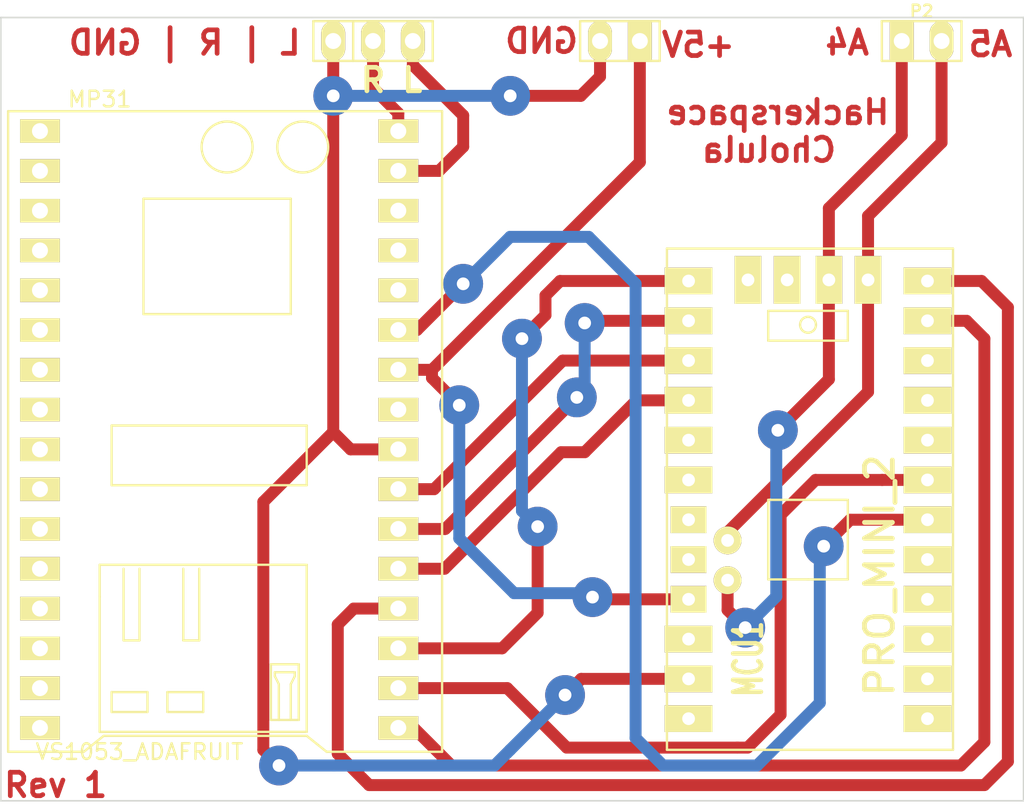
<source format=kicad_pcb>
(kicad_pcb (version 3) (host pcbnew "(2013-07-07 BZR 4022)-stable")

  (general
    (links 19)
    (no_connects 0)
    (area 59.949999 51.7568 144.75 113.700001)
    (thickness 1.6)
    (drawings 17)
    (tracks 127)
    (zones 0)
    (modules 5)
    (nets 15)
  )

  (page A3)
  (layers
    (15 F.Cu signal)
    (0 B.Cu signal hide)
    (16 B.Adhes user hide)
    (17 F.Adhes user hide)
    (18 B.Paste user hide)
    (19 F.Paste user hide)
    (20 B.SilkS user hide)
    (21 F.SilkS user)
    (22 B.Mask user hide)
    (23 F.Mask user hide)
    (24 Dwgs.User user hide)
    (25 Cmts.User user hide)
    (26 Eco1.User user hide)
    (27 Eco2.User user hide)
    (28 Edge.Cuts user)
  )

  (setup
    (last_trace_width 0.762)
    (user_trace_width 0.3048)
    (user_trace_width 0.3556)
    (user_trace_width 0.4064)
    (user_trace_width 0.4572)
    (user_trace_width 0.508)
    (user_trace_width 0.6096)
    (user_trace_width 0.6604)
    (user_trace_width 0.7112)
    (user_trace_width 0.762)
    (trace_clearance 0.381)
    (zone_clearance 0.508)
    (zone_45_only no)
    (trace_min 0.254)
    (segment_width 0.2)
    (edge_width 0.1)
    (via_size 0.889)
    (via_drill 0.635)
    (via_min_size 0.889)
    (via_min_drill 0.508)
    (user_via 2.54 0.8128)
    (uvia_size 0.508)
    (uvia_drill 0.127)
    (uvias_allowed no)
    (uvia_min_size 0.508)
    (uvia_min_drill 0.127)
    (pcb_text_width 0.3)
    (pcb_text_size 1.5 1.5)
    (mod_edge_width 0.15)
    (mod_text_size 1 1)
    (mod_text_width 0.15)
    (pad_size 1.524 2.54)
    (pad_drill 1.016)
    (pad_to_mask_clearance 0)
    (aux_axis_origin 0 0)
    (visible_elements 7FFF7FFF)
    (pcbplotparams
      (layerselection 284196865)
      (usegerberextensions true)
      (excludeedgelayer true)
      (linewidth 0.150000)
      (plotframeref false)
      (viasonmask false)
      (mode 1)
      (useauxorigin false)
      (hpglpennumber 1)
      (hpglpenspeed 20)
      (hpglpendiameter 15)
      (hpglpenoverlay 2)
      (psnegative false)
      (psa4output false)
      (plotreference false)
      (plotvalue false)
      (plotothertext true)
      (plotinvisibletext false)
      (padsonsilk false)
      (subtractmaskfromsilk false)
      (outputformat 1)
      (mirror false)
      (drillshape 0)
      (scaleselection 1)
      (outputdirectory Gerbers/))
  )

  (net 0 "")
  (net 1 +5V)
  (net 2 /A4_SDA)
  (net 3 /A5_SCL)
  (net 4 GND)
  (net 5 N-000001)
  (net 6 N-0000015)
  (net 7 N-0000017)
  (net 8 N-0000025)
  (net 9 N-0000029)
  (net 10 N-000004)
  (net 11 N-0000049)
  (net 12 N-000005)
  (net 13 N-000006)
  (net 14 N-000008)

  (net_class Default "This is the default net class."
    (clearance 0.381)
    (trace_width 0.254)
    (via_dia 0.889)
    (via_drill 0.635)
    (uvia_dia 0.508)
    (uvia_drill 0.127)
    (add_net "")
    (add_net +5V)
    (add_net /A4_SDA)
    (add_net /A5_SCL)
    (add_net GND)
    (add_net N-000001)
    (add_net N-0000015)
    (add_net N-0000017)
    (add_net N-0000025)
    (add_net N-0000029)
    (add_net N-000004)
    (add_net N-0000049)
    (add_net N-000005)
    (add_net N-000006)
    (add_net N-000008)
  )

  (module ProMiniThick (layer F.Cu) (tedit 54905390) (tstamp 5489DF9A)
    (at 111.5 81.25 90)
    (descr "Module Dil 28 pins, pads ronds, e=600 mils")
    (tags DIL)
    (path /54904C45)
    (fp_text reference MCU1 (at -12.7 -3.81 90) (layer F.SilkS)
      (effects (font (size 1.778 1.143) (thickness 0.3048)))
    )
    (fp_text value PRO_MINI_2 (at -7.366 4.572 90) (layer F.SilkS)
      (effects (font (size 1.778 1.778) (thickness 0.3048)))
    )
    (fp_circle (center 8.636 0) (end 8.636 0.508) (layer F.SilkS) (width 0.15))
    (fp_line (start 7.62 -2.54) (end 7.62 2.54) (layer F.SilkS) (width 0.15))
    (fp_line (start 7.62 2.54) (end 9.525 2.54) (layer F.SilkS) (width 0.15))
    (fp_line (start 9.525 2.54) (end 9.525 -2.54) (layer F.SilkS) (width 0.15))
    (fp_line (start 9.525 -2.54) (end 7.62 -2.54) (layer F.SilkS) (width 0.15))
    (fp_line (start -7.62 0) (end -7.62 -2.54) (layer F.SilkS) (width 0.15))
    (fp_line (start -7.62 -2.54) (end -2.54 -2.54) (layer F.SilkS) (width 0.15))
    (fp_line (start -2.54 -2.54) (end -2.54 2.54) (layer F.SilkS) (width 0.15))
    (fp_line (start -2.54 2.54) (end -7.62 2.54) (layer F.SilkS) (width 0.15))
    (fp_line (start -7.62 2.54) (end -7.62 0) (layer F.SilkS) (width 0.15))
    (fp_line (start -18.5 -9) (end -18.5 9.25) (layer F.SilkS) (width 0.15))
    (fp_line (start -18.5 9.25) (end 13.5 9.25) (layer F.SilkS) (width 0.15))
    (fp_line (start 13.5 9.25) (end 13.5 -9) (layer F.SilkS) (width 0.15))
    (fp_line (start 13.5 -9) (end -18.5 -9) (layer F.SilkS) (width 0.15))
    (pad 1 thru_hole rect (at -16.51 7.62 90) (size 1.7018 3.048) (drill 0.8128)
      (layers *.Cu *.Mask F.SilkS)
    )
    (pad 2 thru_hole rect (at -13.97 7.62 90) (size 1.7018 3.048) (drill 0.8128)
      (layers *.Cu *.Mask F.SilkS)
    )
    (pad 3 thru_hole rect (at -11.43 7.62 90) (size 1.7018 3.048) (drill 0.8128)
      (layers *.Cu *.Mask F.SilkS)
    )
    (pad 4 thru_hole rect (at -8.89 7.62 90) (size 1.7018 3.048) (drill 0.8128)
      (layers *.Cu *.Mask F.SilkS)
    )
    (pad 5 thru_hole rect (at -6.35 7.62 90) (size 1.7018 3.048) (drill 0.8128)
      (layers *.Cu *.Mask F.SilkS)
    )
    (pad 6 thru_hole rect (at -3.81 7.62 90) (size 1.7018 3.048) (drill 0.8128)
      (layers *.Cu *.Mask F.SilkS)
      (net 12 N-000005)
    )
    (pad 7 thru_hole rect (at -1.27 7.62 90) (size 1.7018 3.048) (drill 0.8128)
      (layers *.Cu *.Mask F.SilkS)
      (net 8 N-0000025)
    )
    (pad 8 thru_hole rect (at 1.27 7.62 90) (size 1.7018 3.048) (drill 0.8128)
      (layers *.Cu *.Mask F.SilkS)
    )
    (pad 9 thru_hole rect (at 3.81 7.62 90) (size 1.7018 3.048) (drill 0.8128)
      (layers *.Cu *.Mask F.SilkS)
    )
    (pad 10 thru_hole rect (at 6.35 7.62 90) (size 1.7018 3.048) (drill 0.8128)
      (layers *.Cu *.Mask F.SilkS)
    )
    (pad 11 thru_hole rect (at 8.89 7.62 90) (size 1.7018 3.048) (drill 0.8128)
      (layers *.Cu *.Mask F.SilkS)
      (net 9 N-0000029)
    )
    (pad 12 thru_hole rect (at 11.43 7.62 90) (size 1.7018 3.048) (drill 0.8128)
      (layers *.Cu *.Mask F.SilkS)
      (net 14 N-000008)
    )
    (pad 13 thru_hole rect (at 11.5 3.83 90) (size 3.048 1.7018) (drill 0.8128)
      (layers *.Cu *.Mask F.SilkS)
      (net 3 /A5_SCL)
    )
    (pad 14 thru_hole rect (at 11.5 1.33 90) (size 3.048 1.7018) (drill 0.8128)
      (layers *.Cu *.Mask F.SilkS)
      (net 2 /A4_SDA)
    )
    (pad 15 thru_hole rect (at 11.5 -1.33 90) (size 3.048 1.7018) (drill 0.8128)
      (layers *.Cu *.Mask F.SilkS)
    )
    (pad 16 thru_hole rect (at 11.5 -3.83 90) (size 3.048 1.7018) (drill 0.8128)
      (layers *.Cu *.Mask F.SilkS)
    )
    (pad 17 thru_hole rect (at 11.43 -7.62 90) (size 1.7018 3.048) (drill 0.8128)
      (layers *.Cu *.Mask F.SilkS)
      (net 6 N-0000015)
    )
    (pad 18 thru_hole rect (at 8.89 -7.62 90) (size 1.7018 3.048) (drill 0.8128)
      (layers *.Cu *.Mask F.SilkS)
      (net 11 N-0000049)
    )
    (pad 19 thru_hole rect (at 6.35 -7.62 90) (size 1.7018 3.048) (drill 0.8128)
      (layers *.Cu *.Mask F.SilkS)
      (net 7 N-0000017)
    )
    (pad 20 thru_hole rect (at 3.81 -7.62 90) (size 1.7018 3.048) (drill 0.8128)
      (layers *.Cu *.Mask F.SilkS)
      (net 10 N-000004)
    )
    (pad 21 thru_hole rect (at 1.27 -7.62 90) (size 1.7018 3.048) (drill 0.8128)
      (layers *.Cu *.Mask F.SilkS)
    )
    (pad 22 thru_hole rect (at -1.27 -7.62 90) (size 1.7018 3.048) (drill 0.8128)
      (layers *.Cu *.Mask F.SilkS)
    )
    (pad 23 thru_hole rect (at -3.81 -7.62 90) (size 1.7018 2.286) (drill 0.8128)
      (layers *.Cu *.Mask F.SilkS)
    )
    (pad 24 thru_hole rect (at -6.35 -7.62 90) (size 1.7018 2.286) (drill 0.8128)
      (layers *.Cu *.Mask F.SilkS)
    )
    (pad 25 thru_hole rect (at -8.89 -7.62 90) (size 1.7018 2.286) (drill 0.8128)
      (layers *.Cu *.Mask F.SilkS)
      (net 1 +5V)
    )
    (pad 26 thru_hole rect (at -11.43 -7.62 90) (size 1.7018 3.048) (drill 0.8128)
      (layers *.Cu *.Mask F.SilkS)
    )
    (pad 27 thru_hole rect (at -13.97 -7.62 90) (size 1.7018 3.048) (drill 0.8128)
      (layers *.Cu *.Mask F.SilkS)
      (net 4 GND)
    )
    (pad 28 thru_hole rect (at -16.51 -7.62 90) (size 1.7018 3.048) (drill 0.8128)
      (layers *.Cu *.Mask F.SilkS)
    )
    (pad 14 thru_hole circle (at -7.6708 -5.1308 90) (size 1.778 1.778) (drill 0.8128)
      (layers *.Cu *.Mask F.SilkS)
      (net 2 /A4_SDA)
    )
    (pad 13 thru_hole circle (at -5.1308 -5.1308 90) (size 1.778 1.778) (drill 0.8128)
      (layers *.Cu *.Mask F.SilkS)
      (net 3 /A5_SCL)
    )
    (model dil/dil_28-w600.wrl
      (at (xyz 0 0 0))
      (scale (xyz 1 1 1))
      (rotate (xyz 0 0 0))
    )
  )

  (module PIN_ARRAY_3X1 (layer F.Cu) (tedit 5489E3BC) (tstamp 5489DFA6)
    (at 83.75 54.5 180)
    (descr "Connecteur 3 pins")
    (tags "CONN DEV")
    (path /5489DC92)
    (fp_text reference K1 (at 5.75 -3 180) (layer F.SilkS) hide
      (effects (font (size 1.016 1.016) (thickness 0.1524)))
    )
    (fp_text value CONN_3 (at 0 -2.159 180) (layer F.SilkS) hide
      (effects (font (size 1.016 1.016) (thickness 0.1524)))
    )
    (fp_line (start -3.81 1.27) (end -3.81 -1.27) (layer F.SilkS) (width 0.1524))
    (fp_line (start -3.81 -1.27) (end 3.81 -1.27) (layer F.SilkS) (width 0.1524))
    (fp_line (start 3.81 -1.27) (end 3.81 1.27) (layer F.SilkS) (width 0.1524))
    (fp_line (start 3.81 1.27) (end -3.81 1.27) (layer F.SilkS) (width 0.1524))
    (fp_line (start 1.27 -1.27) (end 1.27 1.27) (layer F.SilkS) (width 0.1524))
    (pad 1 thru_hole oval (at -2.54 0 180) (size 1.524 2.54) (drill 1.016)
      (layers *.Cu *.Mask F.SilkS)
      (net 5 N-000001)
    )
    (pad 2 thru_hole oval (at 0 0 180) (size 1.524 2.54) (drill 1.016)
      (layers *.Cu *.Mask F.SilkS)
      (net 13 N-000006)
    )
    (pad 3 thru_hole oval (at 2.54 0 180) (size 1.524 2.54) (drill 1.016)
      (layers *.Cu *.Mask F.SilkS)
      (net 4 GND)
    )
    (model pin_array/pins_array_3x1.wrl
      (at (xyz 0 0 0))
      (scale (xyz 1 1 1))
      (rotate (xyz 0 0 0))
    )
  )

  (module VS1030_Adafruit (layer F.Cu) (tedit 5489DD06) (tstamp 5489DF70)
    (at 62.5 60.25)
    (path /5489DABE)
    (fp_text reference MP31 (at 3.81 -2.032) (layer F.SilkS)
      (effects (font (size 1 1) (thickness 0.15)))
    )
    (fp_text value VS1053_ADAFRUIT (at 6.35 39.624) (layer F.SilkS)
      (effects (font (size 1 1) (thickness 0.15)))
    )
    (fp_circle (center 16.764 1.016) (end 17.78 2.286) (layer F.SilkS) (width 0.15))
    (fp_circle (center 11.938 1.016) (end 13.208 2.032) (layer F.SilkS) (width 0.15))
    (fp_line (start 6.604 4.318) (end 6.604 11.684) (layer F.SilkS) (width 0.15))
    (fp_line (start 6.604 11.684) (end 16.002 11.684) (layer F.SilkS) (width 0.15))
    (fp_line (start 16.002 11.684) (end 16.002 4.318) (layer F.SilkS) (width 0.15))
    (fp_line (start 16.002 4.318) (end 6.604 4.318) (layer F.SilkS) (width 0.15))
    (fp_line (start 4.572 18.796) (end 4.572 22.606) (layer F.SilkS) (width 0.15))
    (fp_line (start 4.572 22.606) (end 17.018 22.606) (layer F.SilkS) (width 0.15))
    (fp_line (start 17.018 22.606) (end 17.018 18.796) (layer F.SilkS) (width 0.15))
    (fp_line (start 17.018 18.796) (end 4.572 18.796) (layer F.SilkS) (width 0.15))
    (fp_line (start 18.288 39.624) (end 25.654 39.624) (layer F.SilkS) (width 0.15))
    (fp_line (start 2.794 39.624) (end -2.032 39.624) (layer F.SilkS) (width 0.15))
    (fp_line (start 15.24 37.592) (end 15.24 35.306) (layer F.SilkS) (width 0.15))
    (fp_line (start 15.24 35.306) (end 14.986 34.798) (layer F.SilkS) (width 0.15))
    (fp_line (start 14.986 34.798) (end 14.986 34.544) (layer F.SilkS) (width 0.15))
    (fp_line (start 14.986 34.544) (end 16.256 34.544) (layer F.SilkS) (width 0.15))
    (fp_line (start 16.256 34.544) (end 16.256 34.798) (layer F.SilkS) (width 0.15))
    (fp_line (start 16.256 34.798) (end 16.002 35.306) (layer F.SilkS) (width 0.15))
    (fp_line (start 16.002 35.306) (end 16.002 37.592) (layer F.SilkS) (width 0.15))
    (fp_line (start 14.732 34.036) (end 14.732 37.592) (layer F.SilkS) (width 0.15))
    (fp_line (start 14.732 37.592) (end 16.51 37.592) (layer F.SilkS) (width 0.15))
    (fp_line (start 16.51 37.592) (end 16.51 34.036) (layer F.SilkS) (width 0.15))
    (fp_line (start 16.51 34.036) (end 14.732 34.036) (layer F.SilkS) (width 0.15))
    (fp_line (start 8.128 35.814) (end 8.128 37.084) (layer F.SilkS) (width 0.15))
    (fp_line (start 8.128 37.084) (end 10.414 37.084) (layer F.SilkS) (width 0.15))
    (fp_line (start 10.414 37.084) (end 10.414 35.814) (layer F.SilkS) (width 0.15))
    (fp_line (start 10.414 35.814) (end 8.128 35.814) (layer F.SilkS) (width 0.15))
    (fp_line (start 4.572 35.814) (end 4.572 37.084) (layer F.SilkS) (width 0.15))
    (fp_line (start 4.572 37.084) (end 6.858 37.084) (layer F.SilkS) (width 0.15))
    (fp_line (start 6.858 37.084) (end 6.858 35.814) (layer F.SilkS) (width 0.15))
    (fp_line (start 6.858 35.814) (end 4.572 35.814) (layer F.SilkS) (width 0.15))
    (fp_line (start 9.144 27.94) (end 9.144 32.512) (layer F.SilkS) (width 0.15))
    (fp_line (start 9.144 32.512) (end 10.16 32.512) (layer F.SilkS) (width 0.15))
    (fp_line (start 10.16 32.512) (end 10.16 27.94) (layer F.SilkS) (width 0.15))
    (fp_line (start 5.334 27.94) (end 5.334 32.512) (layer F.SilkS) (width 0.15))
    (fp_line (start 5.334 32.512) (end 6.35 32.512) (layer F.SilkS) (width 0.15))
    (fp_line (start 6.35 32.512) (end 6.35 27.94) (layer F.SilkS) (width 0.15))
    (fp_line (start 3.81 29.718) (end 3.81 38.354) (layer F.SilkS) (width 0.15))
    (fp_line (start 3.81 38.354) (end 17.018 38.354) (layer F.SilkS) (width 0.15))
    (fp_line (start 17.018 38.354) (end 17.018 27.686) (layer F.SilkS) (width 0.15))
    (fp_line (start 17.018 27.686) (end 3.81 27.686) (layer F.SilkS) (width 0.15))
    (fp_line (start 3.81 27.686) (end 3.81 29.718) (layer F.SilkS) (width 0.15))
    (fp_line (start 2.794 39.624) (end 4.064 38.608) (layer F.SilkS) (width 0.15))
    (fp_line (start 4.064 38.608) (end 17.018 38.608) (layer F.SilkS) (width 0.15))
    (fp_line (start 17.018 38.608) (end 18.288 39.624) (layer F.SilkS) (width 0.15))
    (fp_line (start -2.032 -1.27) (end 25.654 -1.27) (layer F.SilkS) (width 0.15))
    (fp_line (start 25.654 -1.27) (end 25.654 39.624) (layer F.SilkS) (width 0.15))
    (fp_line (start -2.032 39.624) (end -2.032 -1.27) (layer F.SilkS) (width 0.15))
    (pad 1 thru_hole rect (at 0 0) (size 2.54 1.5) (drill 1.016)
      (layers *.Cu *.Mask F.SilkS)
    )
    (pad 2 thru_hole rect (at 0 2.54) (size 2.54 1.5) (drill 1.016)
      (layers *.Cu *.Mask F.SilkS)
    )
    (pad 3 thru_hole rect (at 0 5.08) (size 2.54 1.5) (drill 1.016)
      (layers *.Cu *.Mask F.SilkS)
    )
    (pad 4 thru_hole rect (at 0 7.62) (size 2.54 1.5) (drill 1.016)
      (layers *.Cu *.Mask F.SilkS)
    )
    (pad 5 thru_hole rect (at 0 10.16) (size 2.54 1.5) (drill 1.016)
      (layers *.Cu *.Mask F.SilkS)
    )
    (pad 6 thru_hole rect (at 0 12.7) (size 2.54 1.5) (drill 1.016)
      (layers *.Cu *.Mask F.SilkS)
    )
    (pad 7 thru_hole rect (at 0 15.24) (size 2.54 1.5) (drill 1.016)
      (layers *.Cu *.Mask F.SilkS)
    )
    (pad 8 thru_hole rect (at 0 17.78) (size 2.54 1.5) (drill 1.016)
      (layers *.Cu *.Mask F.SilkS)
    )
    (pad 9 thru_hole rect (at 0 20.32) (size 2.54 1.5) (drill 1.016)
      (layers *.Cu *.Mask F.SilkS)
    )
    (pad 10 thru_hole rect (at 0 22.86) (size 2.54 1.5) (drill 1.016)
      (layers *.Cu *.Mask F.SilkS)
    )
    (pad 11 thru_hole rect (at 0 25.4) (size 2.54 1.5) (drill 1.016)
      (layers *.Cu *.Mask F.SilkS)
    )
    (pad 12 thru_hole rect (at 0 27.94) (size 2.54 1.5) (drill 1.016)
      (layers *.Cu *.Mask F.SilkS)
    )
    (pad 13 thru_hole rect (at 0 30.48) (size 2.54 1.5) (drill 1.016)
      (layers *.Cu *.Mask F.SilkS)
    )
    (pad 14 thru_hole rect (at 0 33.02) (size 2.54 1.5) (drill 1.016)
      (layers *.Cu *.Mask F.SilkS)
    )
    (pad 15 thru_hole rect (at 0 35.56) (size 2.54 1.5) (drill 1.016)
      (layers *.Cu *.Mask F.SilkS)
    )
    (pad 16 thru_hole rect (at 0 38.1) (size 2.54 1.5) (drill 1.016)
      (layers *.Cu *.Mask F.SilkS)
    )
    (pad 17 thru_hole rect (at 22.86 38.1) (size 2.54 1.5) (drill 1.016)
      (layers *.Cu *.Mask F.SilkS)
      (net 9 N-0000029)
    )
    (pad 18 thru_hole rect (at 22.86 35.56) (size 2.54 1.5) (drill 1.016)
      (layers *.Cu *.Mask F.SilkS)
      (net 8 N-0000025)
    )
    (pad 19 thru_hole rect (at 22.86 33.02) (size 2.54 1.5) (drill 1.016)
      (layers *.Cu *.Mask F.SilkS)
      (net 6 N-0000015)
    )
    (pad 20 thru_hole rect (at 22.86 30.48) (size 2.54 1.5) (drill 1.016)
      (layers *.Cu *.Mask F.SilkS)
      (net 14 N-000008)
    )
    (pad 21 thru_hole rect (at 22.86 27.94) (size 2.54 1.5) (drill 1.016)
      (layers *.Cu *.Mask F.SilkS)
      (net 10 N-000004)
    )
    (pad 22 thru_hole rect (at 22.86 25.4) (size 2.54 1.5) (drill 1.016)
      (layers *.Cu *.Mask F.SilkS)
      (net 11 N-0000049)
    )
    (pad 23 thru_hole rect (at 22.86 22.86) (size 2.54 1.5) (drill 1.016)
      (layers *.Cu *.Mask F.SilkS)
      (net 7 N-0000017)
    )
    (pad 24 thru_hole rect (at 22.86 20.32) (size 2.54 1.5) (drill 1.016)
      (layers *.Cu *.Mask F.SilkS)
      (net 4 GND)
    )
    (pad 25 thru_hole rect (at 22.86 17.78) (size 2.54 1.5) (drill 1.016)
      (layers *.Cu *.Mask F.SilkS)
    )
    (pad 26 thru_hole rect (at 22.86 15.24) (size 2.54 1.5) (drill 1.016)
      (layers *.Cu *.Mask F.SilkS)
      (net 1 +5V)
    )
    (pad 27 thru_hole rect (at 22.86 12.7) (size 2.54 1.5) (drill 1.016)
      (layers *.Cu *.Mask F.SilkS)
      (net 12 N-000005)
    )
    (pad 28 thru_hole rect (at 22.86 10.16) (size 2.54 1.5) (drill 1.016)
      (layers *.Cu *.Mask F.SilkS)
    )
    (pad 29 thru_hole rect (at 22.86 7.62) (size 2.54 1.5) (drill 1.016)
      (layers *.Cu *.Mask F.SilkS)
    )
    (pad 30 thru_hole rect (at 22.86 5.08) (size 2.54 1.5) (drill 1.016)
      (layers *.Cu *.Mask F.SilkS)
    )
    (pad 31 thru_hole rect (at 22.86 2.54) (size 2.54 1.5) (drill 1.016)
      (layers *.Cu *.Mask F.SilkS)
      (net 5 N-000001)
    )
    (pad 32 thru_hole rect (at 22.86 0) (size 2.54 1.5) (drill 1.016)
      (layers *.Cu *.Mask F.SilkS)
      (net 13 N-000006)
    )
  )

  (module PIN_ARRAY_2X1 (layer F.Cu) (tedit 5489E476) (tstamp 5489E407)
    (at 99.5 54.5 180)
    (descr "Connecteurs 2 pins")
    (tags "CONN DEV")
    (path /5489E3D5)
    (fp_text reference P1 (at 0 -1.905 180) (layer F.SilkS) hide
      (effects (font (size 0.762 0.762) (thickness 0.1524)))
    )
    (fp_text value CONN_2 (at 0 -1.905 180) (layer F.SilkS) hide
      (effects (font (size 0.762 0.762) (thickness 0.1524)))
    )
    (fp_line (start -2.54 1.27) (end -2.54 -1.27) (layer F.SilkS) (width 0.1524))
    (fp_line (start -2.54 -1.27) (end 2.54 -1.27) (layer F.SilkS) (width 0.1524))
    (fp_line (start 2.54 -1.27) (end 2.54 1.27) (layer F.SilkS) (width 0.1524))
    (fp_line (start 2.54 1.27) (end -2.54 1.27) (layer F.SilkS) (width 0.1524))
    (pad 1 thru_hole rect (at -1.27 0 180) (size 1.524 2.54) (drill 1.016)
      (layers *.Cu *.Mask F.SilkS)
      (net 1 +5V)
    )
    (pad 2 thru_hole oval (at 1.27 0 180) (size 1.524 2.54) (drill 1.016)
      (layers *.Cu *.Mask F.SilkS)
      (net 4 GND)
    )
    (model pin_array/pins_array_2x1.wrl
      (at (xyz 0 0 0))
      (scale (xyz 1 1 1))
      (rotate (xyz 0 0 0))
    )
  )

  (module PIN_ARRAY_2X1 (layer F.Cu) (tedit 54905821) (tstamp 5489E65E)
    (at 118.75 54.5)
    (descr "Connecteurs 2 pins")
    (tags "CONN DEV")
    (path /5489E5F6)
    (fp_text reference P2 (at 0 -1.905) (layer F.SilkS)
      (effects (font (size 0.762 0.762) (thickness 0.1524)))
    )
    (fp_text value CONN_2 (at 0 -1.905) (layer F.SilkS) hide
      (effects (font (size 0.762 0.762) (thickness 0.1524)))
    )
    (fp_line (start -2.54 1.27) (end -2.54 -1.27) (layer F.SilkS) (width 0.1524))
    (fp_line (start -2.54 -1.27) (end 2.54 -1.27) (layer F.SilkS) (width 0.1524))
    (fp_line (start 2.54 -1.27) (end 2.54 1.27) (layer F.SilkS) (width 0.1524))
    (fp_line (start 2.54 1.27) (end -2.54 1.27) (layer F.SilkS) (width 0.1524))
    (pad 1 thru_hole rect (at -1.27 0) (size 1.524 2.54) (drill 1.016)
      (layers *.Cu *.Mask F.SilkS)
      (net 2 /A4_SDA)
    )
    (pad 2 thru_hole oval (at 1.27 0) (size 1.524 2.54) (drill 1.016)
      (layers *.Cu *.Mask F.SilkS)
      (net 3 /A5_SCL)
    )
    (model pin_array/pins_array_2x1.wrl
      (at (xyz 0 0 0))
      (scale (xyz 1 1 1))
      (rotate (xyz 0 0 0))
    )
  )

  (gr_text A5 (at 123.1392 54.7116) (layer F.Cu)
    (effects (font (size 1.5 1.5) (thickness 0.3)) (justify mirror))
  )
  (gr_text A4 (at 113.9952 54.61) (layer F.Cu)
    (effects (font (size 1.5 1.5) (thickness 0.3)) (justify mirror))
  )
  (dimension 50 (width 0.3) (layer Eco1.User)
    (gr_text "50.000 mm" (at 138.1 78 90) (layer Eco1.User)
      (effects (font (size 1.5 1.5) (thickness 0.3)))
    )
    (feature1 (pts (xy 125.25 53) (xy 139.45 53)))
    (feature2 (pts (xy 125.25 103) (xy 139.45 103)))
    (crossbar (pts (xy 136.75 103) (xy 136.75 53)))
    (arrow1a (pts (xy 136.75 53) (xy 137.33642 54.126503)))
    (arrow1b (pts (xy 136.75 53) (xy 136.16358 54.126503)))
    (arrow2a (pts (xy 136.75 103) (xy 137.33642 101.873497)))
    (arrow2b (pts (xy 136.75 103) (xy 136.16358 101.873497)))
  )
  (dimension 65.25 (width 0.3) (layer Eco1.User)
    (gr_text "65.250 mm" (at 92.625 112.35) (layer Eco1.User)
      (effects (font (size 1.5 1.5) (thickness 0.3)))
    )
    (feature1 (pts (xy 125.25 103) (xy 125.25 113.7)))
    (feature2 (pts (xy 60 103) (xy 60 113.7)))
    (crossbar (pts (xy 60 111) (xy 125.25 111)))
    (arrow1a (pts (xy 125.25 111) (xy 124.123497 111.58642)))
    (arrow1b (pts (xy 125.25 111) (xy 124.123497 110.41358)))
    (arrow2a (pts (xy 60 111) (xy 61.126503 111.58642)))
    (arrow2b (pts (xy 60 111) (xy 61.126503 110.41358)))
  )
  (gr_text "Rev 1" (at 63.5 102) (layer F.Cu)
    (effects (font (size 1.5 1.5) (thickness 0.3)))
  )
  (gr_text "Hackerspace \nCholula" (at 109 60.25) (layer F.Mask)
    (effects (font (size 1.5 1.5) (thickness 0.3)))
  )
  (gr_text "Hackerspace \nCholula" (at 109 60.25) (layer F.Cu)
    (effects (font (size 1.5 1.5) (thickness 0.3)) (justify mirror))
  )
  (gr_text +5V (at 104.5 54.75) (layer F.Cu)
    (effects (font (size 1.5 1.5) (thickness 0.3)) (justify mirror))
  )
  (gr_text GND (at 94.5 54.5) (layer F.Cu)
    (effects (font (size 1.5 1.5) (thickness 0.3)) (justify mirror))
  )
  (gr_text R (at 83.75 57) (layer F.SilkS)
    (effects (font (size 1.5 1.5) (thickness 0.3)))
  )
  (gr_text L (at 86.25 57) (layer F.SilkS)
    (effects (font (size 1.5 1.5) (thickness 0.3)))
  )
  (gr_text "L | R | GND" (at 71.7296 54.61) (layer F.Cu)
    (effects (font (size 1.5 1.5) (thickness 0.3)) (justify mirror))
  )
  (gr_line (start 125.25 103) (end 125.25 53) (angle 90) (layer Edge.Cuts) (width 0.1))
  (gr_line (start 60 53) (end 60 100) (angle 90) (layer Edge.Cuts) (width 0.1))
  (gr_line (start 60 53) (end 125.25 53) (angle 90) (layer Edge.Cuts) (width 0.1))
  (gr_line (start 60 103) (end 125.25 103) (angle 90) (layer Edge.Cuts) (width 0.1))
  (gr_line (start 60 100) (end 60 103) (angle 90) (layer Edge.Cuts) (width 0.1))

  (segment (start 103.88 90.14) (end 97.89 90.14) (width 0.762) (layer F.Cu) (net 1))
  (segment (start 87.51 76.01) (end 87.51 75.49) (width 0.762) (layer F.Cu) (net 1) (tstamp 54905022))
  (segment (start 89.25 77.75) (end 87.51 76.01) (width 0.762) (layer F.Cu) (net 1) (tstamp 54905021))
  (via (at 89.25 77.75) (size 2.54) (drill 0.8128) (layers F.Cu B.Cu) (net 1))
  (segment (start 89.25 86.25) (end 89.25 77.75) (width 0.762) (layer B.Cu) (net 1) (tstamp 5490501C))
  (segment (start 92.75 89.75) (end 89.25 86.25) (width 0.762) (layer B.Cu) (net 1) (tstamp 5490501B))
  (segment (start 97.5 89.75) (end 92.75 89.75) (width 0.762) (layer B.Cu) (net 1) (tstamp 5490501A))
  (segment (start 97.75 90) (end 97.5 89.75) (width 0.762) (layer B.Cu) (net 1) (tstamp 54905019))
  (via (at 97.75 90) (size 2.54) (drill 0.8128) (layers F.Cu B.Cu) (net 1))
  (segment (start 97.89 90.14) (end 97.75 90) (width 0.762) (layer F.Cu) (net 1) (tstamp 54905014))
  (segment (start 85.36 75.49) (end 87.51 75.49) (width 0.762) (layer F.Cu) (net 1))
  (segment (start 100.77 62.23) (end 100.77 54.5) (width 0.762) (layer F.Cu) (net 1) (tstamp 54904EBC))
  (segment (start 87.51 75.49) (end 100.77 62.23) (width 0.762) (layer F.Cu) (net 1) (tstamp 54904EB4))
  (segment (start 106.3692 88.9208) (end 106.3692 90.8244) (width 0.762) (layer F.Cu) (net 2))
  (segment (start 112.83 76.0952) (end 112.83 69.75) (width 0.762) (layer F.Cu) (net 2) (tstamp 5490570B))
  (segment (start 109.5756 79.3496) (end 112.83 76.0952) (width 0.762) (layer F.Cu) (net 2) (tstamp 5490570A))
  (via (at 109.5756 79.3496) (size 2.54) (drill 0.8128) (layers F.Cu B.Cu) (net 2))
  (segment (start 109.474 79.4512) (end 109.5756 79.3496) (width 0.762) (layer B.Cu) (net 2) (tstamp 54905708))
  (segment (start 109.474 89.9668) (end 109.474 79.4512) (width 0.762) (layer B.Cu) (net 2) (tstamp 54905707))
  (segment (start 107.4928 91.948) (end 109.474 89.9668) (width 0.762) (layer B.Cu) (net 2) (tstamp 54905706))
  (via (at 107.4928 91.948) (size 2.54) (drill 0.8128) (layers F.Cu B.Cu) (net 2))
  (segment (start 106.3692 90.8244) (end 107.4928 91.948) (width 0.762) (layer F.Cu) (net 2) (tstamp 54905704))
  (segment (start 112.83 69.75) (end 112.83 65.17) (width 0.762) (layer F.Cu) (net 2))
  (segment (start 117.48 60.52) (end 117.48 54.5) (width 0.762) (layer F.Cu) (net 2) (tstamp 54904EFA))
  (segment (start 112.83 65.17) (end 117.48 60.52) (width 0.762) (layer F.Cu) (net 2) (tstamp 54904EF9))
  (segment (start 106.3692 86.3808) (end 106.3692 85.858) (width 0.762) (layer F.Cu) (net 3))
  (segment (start 115.33 76.8972) (end 115.33 69.75) (width 0.762) (layer F.Cu) (net 3) (tstamp 54905700))
  (segment (start 106.3692 85.858) (end 115.33 76.8972) (width 0.762) (layer F.Cu) (net 3) (tstamp 549056FF))
  (segment (start 115.33 69.75) (end 115.33 65.67) (width 0.762) (layer F.Cu) (net 3))
  (segment (start 120.02 60.98) (end 120.02 54.5) (width 0.762) (layer F.Cu) (net 3) (tstamp 54904F00))
  (segment (start 115.33 65.67) (end 120.02 60.98) (width 0.762) (layer F.Cu) (net 3) (tstamp 54904EFF))
  (segment (start 103.88 95.22) (end 97.03 95.22) (width 0.762) (layer F.Cu) (net 4))
  (segment (start 76.75 83.92) (end 81.21 79.46) (width 0.762) (layer F.Cu) (net 4) (tstamp 54905005))
  (segment (start 76.75 99.75) (end 76.75 83.92) (width 0.762) (layer F.Cu) (net 4) (tstamp 54905004))
  (segment (start 77.75 100.75) (end 76.75 99.75) (width 0.762) (layer F.Cu) (net 4) (tstamp 54905003))
  (via (at 77.75 100.75) (size 2.54) (drill 0.8128) (layers F.Cu B.Cu) (net 4))
  (segment (start 81.25 100.75) (end 77.75 100.75) (width 0.762) (layer B.Cu) (net 4) (tstamp 54904FF4))
  (segment (start 91.5 100.75) (end 81.25 100.75) (width 0.762) (layer B.Cu) (net 4) (tstamp 54904FF2))
  (segment (start 92.5 99.75) (end 91.5 100.75) (width 0.762) (layer B.Cu) (net 4) (tstamp 54904FF1))
  (segment (start 96 96.25) (end 92.5 99.75) (width 0.762) (layer B.Cu) (net 4) (tstamp 54904FF0))
  (via (at 96 96.25) (size 2.54) (drill 0.8128) (layers F.Cu B.Cu) (net 4))
  (segment (start 97.03 95.22) (end 96 96.25) (width 0.762) (layer F.Cu) (net 4) (tstamp 54904FEA))
  (via (at 81.21 58) (size 2.54) (drill 0.8128) (layers F.Cu B.Cu) (net 4))
  (segment (start 98.23 54.5) (end 98.23 56.77) (width 0.762) (layer F.Cu) (net 4) (tstamp 54904FDE))
  (segment (start 97 58) (end 98.23 56.77) (width 0.762) (layer F.Cu) (net 4) (tstamp 54904FDD))
  (segment (start 92.5 58) (end 97 58) (width 0.762) (layer F.Cu) (net 4) (tstamp 54904FDC))
  (via (at 92.5 58) (size 2.54) (drill 0.8128) (layers F.Cu B.Cu) (net 4))
  (segment (start 92.5 58) (end 81.21 58) (width 0.762) (layer B.Cu) (net 4) (tstamp 54904FD9))
  (segment (start 85.36 80.57) (end 82.32 80.57) (width 0.762) (layer F.Cu) (net 4))
  (segment (start 81.21 79.46) (end 81.21 58) (width 0.762) (layer F.Cu) (net 4) (tstamp 54904FC9))
  (segment (start 81.21 58) (end 81.21 54.5) (width 0.762) (layer F.Cu) (net 4) (tstamp 54904FD6))
  (segment (start 82.32 80.57) (end 81.21 79.46) (width 0.762) (layer F.Cu) (net 4) (tstamp 54904FC7))
  (segment (start 85.36 62.79) (end 87.96 62.79) (width 0.762) (layer F.Cu) (net 5))
  (segment (start 86.29 56.04) (end 86.29 54.5) (width 0.762) (layer F.Cu) (net 5) (tstamp 54904E51))
  (segment (start 89.5 59.25) (end 86.29 56.04) (width 0.762) (layer F.Cu) (net 5) (tstamp 54904E50))
  (segment (start 89.5 61.25) (end 89.5 59.25) (width 0.762) (layer F.Cu) (net 5) (tstamp 54904E4F))
  (segment (start 87.96 62.79) (end 89.5 61.25) (width 0.762) (layer F.Cu) (net 5) (tstamp 54904E4E))
  (segment (start 85.36 93.27) (end 91.98 93.27) (width 0.762) (layer F.Cu) (net 6))
  (segment (start 95.68 69.82) (end 103.88 69.82) (width 0.762) (layer F.Cu) (net 6) (tstamp 54904FAA))
  (segment (start 94.75 70.75) (end 95.68 69.82) (width 0.762) (layer F.Cu) (net 6) (tstamp 54904FA8))
  (segment (start 94.75 72) (end 94.75 70.75) (width 0.762) (layer F.Cu) (net 6) (tstamp 54904FA7))
  (segment (start 93.25 73.5) (end 94.75 72) (width 0.762) (layer F.Cu) (net 6) (tstamp 54904FA6))
  (via (at 93.25 73.5) (size 2.54) (drill 0.8128) (layers F.Cu B.Cu) (net 6))
  (segment (start 93.25 84.5) (end 93.25 73.5) (width 0.762) (layer B.Cu) (net 6) (tstamp 54904FA4))
  (segment (start 94.25 85.5) (end 93.25 84.5) (width 0.762) (layer B.Cu) (net 6) (tstamp 54904FA3))
  (via (at 94.25 85.5) (size 2.54) (drill 0.8128) (layers F.Cu B.Cu) (net 6))
  (segment (start 94.25 91) (end 94.25 85.5) (width 0.762) (layer F.Cu) (net 6) (tstamp 54904FA0))
  (segment (start 91.98 93.27) (end 94.25 91) (width 0.762) (layer F.Cu) (net 6) (tstamp 54904F8B))
  (segment (start 85.36 83.11) (end 87.64 83.11) (width 0.762) (layer F.Cu) (net 7))
  (segment (start 95.85 74.9) (end 103.88 74.9) (width 0.762) (layer F.Cu) (net 7) (tstamp 54904E5D))
  (segment (start 87.64 83.11) (end 95.85 74.9) (width 0.762) (layer F.Cu) (net 7) (tstamp 54904E57))
  (segment (start 107 99.606998) (end 107.643002 99.606998) (width 0.762) (layer F.Cu) (net 8))
  (segment (start 111.98 82.52) (end 116.23 82.52) (width 0.762) (layer F.Cu) (net 8) (tstamp 54905044))
  (segment (start 109.75 84.75) (end 111.98 82.52) (width 0.762) (layer F.Cu) (net 8) (tstamp 54905042))
  (segment (start 109.75 97.5) (end 109.75 84.75) (width 0.762) (layer F.Cu) (net 8) (tstamp 54905041))
  (segment (start 107.643002 99.606998) (end 109.75 97.5) (width 0.762) (layer F.Cu) (net 8) (tstamp 54905040))
  (segment (start 85.36 95.81) (end 92.31 95.81) (width 0.762) (layer F.Cu) (net 8))
  (segment (start 116.23 82.52) (end 119.12 82.52) (width 0.762) (layer F.Cu) (net 8) (tstamp 54904F60))
  (segment (start 96.106998 99.606998) (end 107 99.606998) (width 0.762) (layer F.Cu) (net 8) (tstamp 54904F54))
  (segment (start 92.31 95.81) (end 96.106998 99.606998) (width 0.762) (layer F.Cu) (net 8) (tstamp 54904F4B))
  (segment (start 85.36 98.35) (end 86.35 98.35) (width 0.762) (layer F.Cu) (net 9))
  (segment (start 121.61 72.36) (end 119.12 72.36) (width 0.762) (layer F.Cu) (net 9) (tstamp 54904F40))
  (segment (start 122.75 73.5) (end 121.61 72.36) (width 0.762) (layer F.Cu) (net 9) (tstamp 54904F3D))
  (segment (start 122.75 99.25) (end 122.75 73.5) (width 0.762) (layer F.Cu) (net 9) (tstamp 54904F3B))
  (segment (start 121.25 100.75) (end 122.75 99.25) (width 0.762) (layer F.Cu) (net 9) (tstamp 54904F35))
  (segment (start 88.75 100.75) (end 121.25 100.75) (width 0.762) (layer F.Cu) (net 9) (tstamp 54904F32))
  (segment (start 86.35 98.35) (end 88.75 100.75) (width 0.762) (layer F.Cu) (net 9) (tstamp 54904F31))
  (segment (start 85.36 88.19) (end 88.31 88.19) (width 0.762) (layer F.Cu) (net 10))
  (segment (start 100.56 77.44) (end 103.88 77.44) (width 0.762) (layer F.Cu) (net 10) (tstamp 54904E93))
  (segment (start 97.25 80.75) (end 100.56 77.44) (width 0.762) (layer F.Cu) (net 10) (tstamp 54904E92))
  (segment (start 95.75 80.75) (end 97.25 80.75) (width 0.762) (layer F.Cu) (net 10) (tstamp 54904E90))
  (segment (start 88.31 88.19) (end 95.75 80.75) (width 0.762) (layer F.Cu) (net 10) (tstamp 54904E86))
  (segment (start 85.36 85.65) (end 88.35 85.65) (width 0.762) (layer F.Cu) (net 11))
  (segment (start 97.39 72.36) (end 103.88 72.36) (width 0.762) (layer F.Cu) (net 11) (tstamp 54904E71))
  (segment (start 97.25 72.5) (end 97.39 72.36) (width 0.762) (layer F.Cu) (net 11) (tstamp 54904E70))
  (via (at 97.25 72.5) (size 2.54) (drill 0.8128) (layers F.Cu B.Cu) (net 11))
  (segment (start 97.25 76.75) (end 97.25 72.5) (width 0.762) (layer B.Cu) (net 11) (tstamp 54904E6E))
  (segment (start 96.75 77.25) (end 97.25 76.75) (width 0.762) (layer B.Cu) (net 11) (tstamp 54904E6D))
  (via (at 96.75 77.25) (size 2.54) (drill 0.8128) (layers F.Cu B.Cu) (net 11))
  (segment (start 88.35 85.65) (end 96.75 77.25) (width 0.762) (layer F.Cu) (net 11) (tstamp 54904E63))
  (segment (start 119.12 85.06) (end 114.19 85.06) (width 0.762) (layer F.Cu) (net 12))
  (segment (start 86.55 72.95) (end 85.36 72.95) (width 0.762) (layer F.Cu) (net 12) (tstamp 5490505E))
  (segment (start 89.5 70) (end 86.55 72.95) (width 0.762) (layer F.Cu) (net 12) (tstamp 5490505D))
  (via (at 89.5 70) (size 2.54) (drill 0.8128) (layers F.Cu B.Cu) (net 12))
  (segment (start 92.5 67) (end 89.5 70) (width 0.762) (layer B.Cu) (net 12) (tstamp 54905059))
  (segment (start 97.5 67) (end 92.5 67) (width 0.762) (layer B.Cu) (net 12) (tstamp 54905058))
  (segment (start 100.5 70) (end 97.5 67) (width 0.762) (layer B.Cu) (net 12) (tstamp 54905057))
  (segment (start 100.5 99) (end 100.5 70) (width 0.762) (layer B.Cu) (net 12) (tstamp 54905056))
  (segment (start 102.25 100.75) (end 100.5 99) (width 0.762) (layer B.Cu) (net 12) (tstamp 54905055))
  (segment (start 108.25 100.75) (end 102.25 100.75) (width 0.762) (layer B.Cu) (net 12) (tstamp 54905053))
  (segment (start 112.25 96.75) (end 108.25 100.75) (width 0.762) (layer B.Cu) (net 12) (tstamp 54905051))
  (segment (start 112.25 87) (end 112.25 96.75) (width 0.762) (layer B.Cu) (net 12) (tstamp 5490504E))
  (segment (start 112.5 86.75) (end 112.25 87) (width 0.762) (layer B.Cu) (net 12) (tstamp 5490504D))
  (via (at 112.5 86.75) (size 2.54) (drill 0.8128) (layers F.Cu B.Cu) (net 12))
  (segment (start 114.19 85.06) (end 112.5 86.75) (width 0.762) (layer F.Cu) (net 12) (tstamp 54905047))
  (segment (start 85.36 60.25) (end 85.36 59.11) (width 0.762) (layer F.Cu) (net 13))
  (segment (start 83.75 57.5) (end 83.75 54.5) (width 0.762) (layer F.Cu) (net 13) (tstamp 54904E4B))
  (segment (start 85.36 59.11) (end 83.75 57.5) (width 0.762) (layer F.Cu) (net 13) (tstamp 54904E4A))
  (segment (start 119.12 69.82) (end 122.57 69.82) (width 0.762) (layer F.Cu) (net 14))
  (segment (start 82.52 90.73) (end 85.36 90.73) (width 0.762) (layer F.Cu) (net 14) (tstamp 54904F2D))
  (segment (start 81.5 91.75) (end 82.52 90.73) (width 0.762) (layer F.Cu) (net 14) (tstamp 54904F2C))
  (segment (start 81.5 100) (end 81.5 91.75) (width 0.762) (layer F.Cu) (net 14) (tstamp 54904F29))
  (segment (start 83.5 102) (end 81.5 100) (width 0.762) (layer F.Cu) (net 14) (tstamp 54904F27))
  (segment (start 122.75 102) (end 83.5 102) (width 0.762) (layer F.Cu) (net 14) (tstamp 54904F26))
  (segment (start 124.25 100.5) (end 122.75 102) (width 0.762) (layer F.Cu) (net 14) (tstamp 54904F24))
  (segment (start 124.25 71.5) (end 124.25 100.5) (width 0.762) (layer F.Cu) (net 14) (tstamp 54904F22))
  (segment (start 122.57 69.82) (end 124.25 71.5) (width 0.762) (layer F.Cu) (net 14) (tstamp 54904F21))

)

</source>
